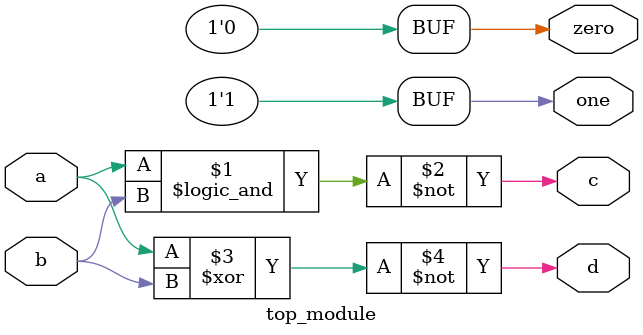
<source format=v>
module top_module( output one , output zero, input a, input b, output c, output d );

// Insert your code here
    assign one = 1'b1;
    assign zero = 1'b0;
    //  nor gate
    assign c = ~(a&&b);
    //  xnor gate
    assign d = ~(a^b);
endmodule

</source>
